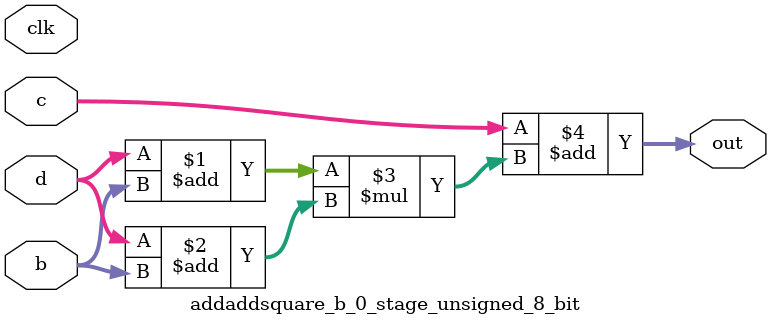
<source format=sv>
(* use_dsp = "yes" *) module addaddsquare_b_0_stage_unsigned_8_bit(
	input  [7:0] b,
	input  [7:0] c,
	input  [7:0] d,
	output [7:0] out,
	input clk);

	assign out = c + ((d + b) * (d + b));
endmodule

</source>
